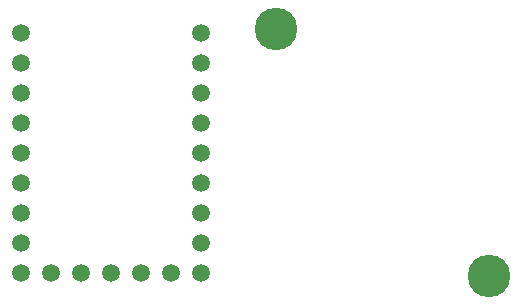
<source format=gbr>
%TF.GenerationSoftware,KiCad,Pcbnew,7.0.2*%
%TF.CreationDate,2024-03-04T12:30:01-06:00*%
%TF.ProjectId,brkn_covers,62726b6e-5f63-46f7-9665-72732e6b6963,rev?*%
%TF.SameCoordinates,Original*%
%TF.FileFunction,Soldermask,Bot*%
%TF.FilePolarity,Negative*%
%FSLAX46Y46*%
G04 Gerber Fmt 4.6, Leading zero omitted, Abs format (unit mm)*
G04 Created by KiCad (PCBNEW 7.0.2) date 2024-03-04 12:30:01*
%MOMM*%
%LPD*%
G01*
G04 APERTURE LIST*
%ADD10C,0.400000*%
%ADD11C,3.600000*%
%ADD12C,1.500000*%
G04 APERTURE END LIST*
D10*
%TO.C,Cover*%
X121535000Y-65610000D03*
X121985000Y-64560000D03*
X121985000Y-66660000D03*
X123035000Y-64110000D03*
D11*
X123035000Y-65610000D03*
D10*
X123035000Y-67110000D03*
X124085000Y-64560000D03*
X124085000Y-66660000D03*
X124535000Y-65610000D03*
X139525000Y-86600000D03*
X139975000Y-85550000D03*
X139975000Y-87650000D03*
X141025000Y-85100000D03*
D11*
X141025000Y-86600000D03*
D10*
X141025000Y-88100000D03*
X142075000Y-85550000D03*
X142075000Y-87650000D03*
X142525000Y-86600000D03*
%TD*%
D12*
%TO.C,U1*%
X101430000Y-65990000D03*
X101430000Y-68530000D03*
X101430000Y-71070000D03*
X101430000Y-73610000D03*
X101430000Y-76150000D03*
X101430000Y-78690000D03*
X101430000Y-81230000D03*
X101430000Y-83770000D03*
X101430000Y-86310000D03*
X103970000Y-86310000D03*
X106510000Y-86310000D03*
X109050000Y-86310000D03*
X111590000Y-86310000D03*
X114130000Y-86310000D03*
X116670000Y-65990000D03*
X116670000Y-68530000D03*
X116670000Y-71070000D03*
X116670000Y-73610000D03*
X116670000Y-76150000D03*
X116670000Y-78690000D03*
X116670000Y-81230000D03*
X116670000Y-83770000D03*
X116670000Y-86310000D03*
%TD*%
M02*

</source>
